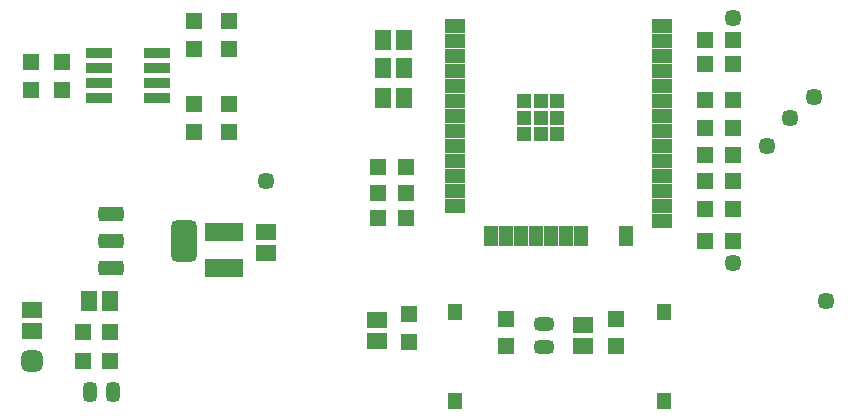
<source format=gtp>
G04*
G04 #@! TF.GenerationSoftware,Altium Limited,Altium Designer,25.4.2 (15)*
G04*
G04 Layer_Color=8421504*
%FSLAX44Y44*%
%MOMM*%
G71*
G04*
G04 #@! TF.SameCoordinates,8EE26F3C-D7A1-4C18-BBE8-6C97D16B18D0*
G04*
G04*
G04 #@! TF.FilePolarity,Positive*
G04*
G01*
G75*
%ADD18R,1.7500X1.4500*%
%ADD19R,1.8000X1.2000*%
%ADD20R,1.2000X1.8000*%
%ADD21R,1.2000X1.2000*%
G04:AMPARAMS|DCode=22|XSize=1.3mm|YSize=1.3mm|CornerRadius=0.4mm|HoleSize=0mm|Usage=FLASHONLY|Rotation=0.000|XOffset=0mm|YOffset=0mm|HoleType=Round|Shape=RoundedRectangle|*
%AMROUNDEDRECTD22*
21,1,1.3000,0.5000,0,0,0.0*
21,1,0.5000,1.3000,0,0,0.0*
1,1,0.8000,0.2500,-0.2500*
1,1,0.8000,-0.2500,-0.2500*
1,1,0.8000,-0.2500,0.2500*
1,1,0.8000,0.2500,0.2500*
%
%ADD22ROUNDEDRECTD22*%
G04:AMPARAMS|DCode=23|XSize=1.3mm|YSize=1.3mm|CornerRadius=0.4mm|HoleSize=0mm|Usage=FLASHONLY|Rotation=90.000|XOffset=0mm|YOffset=0mm|HoleType=Round|Shape=RoundedRectangle|*
%AMROUNDEDRECTD23*
21,1,1.3000,0.5000,0,0,90.0*
21,1,0.5000,1.3000,0,0,90.0*
1,1,0.8000,0.2500,0.2500*
1,1,0.8000,0.2500,-0.2500*
1,1,0.8000,-0.2500,-0.2500*
1,1,0.8000,-0.2500,0.2500*
%
%ADD23ROUNDEDRECTD23*%
G04:AMPARAMS|DCode=24|XSize=2.14mm|YSize=1.23mm|CornerRadius=0.2662mm|HoleSize=0mm|Usage=FLASHONLY|Rotation=0.000|XOffset=0mm|YOffset=0mm|HoleType=Round|Shape=RoundedRectangle|*
%AMROUNDEDRECTD24*
21,1,2.1400,0.6975,0,0,0.0*
21,1,1.6075,1.2300,0,0,0.0*
1,1,0.5325,0.8038,-0.3488*
1,1,0.5325,-0.8038,-0.3488*
1,1,0.5325,-0.8038,0.3488*
1,1,0.5325,0.8038,0.3488*
%
%ADD24ROUNDEDRECTD24*%
G04:AMPARAMS|DCode=25|XSize=2.14mm|YSize=3.49mm|CornerRadius=0.38mm|HoleSize=0mm|Usage=FLASHONLY|Rotation=0.000|XOffset=0mm|YOffset=0mm|HoleType=Round|Shape=RoundedRectangle|*
%AMROUNDEDRECTD25*
21,1,2.1400,2.7300,0,0,0.0*
21,1,1.3800,3.4900,0,0,0.0*
1,1,0.7600,0.6900,-1.3650*
1,1,0.7600,-0.6900,-1.3650*
1,1,0.7600,-0.6900,1.3650*
1,1,0.7600,0.6900,1.3650*
%
%ADD25ROUNDEDRECTD25*%
%ADD26R,1.4500X1.4500*%
%ADD27R,1.4500X1.4500*%
G04:AMPARAMS|DCode=28|XSize=1.16mm|YSize=1.66mm|CornerRadius=0.365mm|HoleSize=0mm|Usage=FLASHONLY|Rotation=270.000|XOffset=0mm|YOffset=0mm|HoleType=Round|Shape=RoundedRectangle|*
%AMROUNDEDRECTD28*
21,1,1.1600,0.9300,0,0,270.0*
21,1,0.4300,1.6600,0,0,270.0*
1,1,0.7300,-0.4650,-0.2150*
1,1,0.7300,-0.4650,0.2150*
1,1,0.7300,0.4650,0.2150*
1,1,0.7300,0.4650,-0.2150*
%
%ADD28ROUNDEDRECTD28*%
%ADD29R,1.3000X1.4000*%
%ADD30R,1.4500X1.7500*%
G04:AMPARAMS|DCode=31|XSize=1.824mm|YSize=1.824mm|CornerRadius=0.531mm|HoleSize=0mm|Usage=FLASHONLY|Rotation=90.000|XOffset=0mm|YOffset=0mm|HoleType=Round|Shape=RoundedRectangle|*
%AMROUNDEDRECTD31*
21,1,1.8240,0.7620,0,0,90.0*
21,1,0.7620,1.8240,0,0,90.0*
1,1,1.0620,0.3810,0.3810*
1,1,1.0620,0.3810,-0.3810*
1,1,1.0620,-0.3810,-0.3810*
1,1,1.0620,-0.3810,0.3810*
%
%ADD31ROUNDEDRECTD31*%
%ADD32R,2.2812X0.8334*%
%ADD33R,3.3200X1.6400*%
G04:AMPARAMS|DCode=34|XSize=1.16mm|YSize=1.66mm|CornerRadius=0.365mm|HoleSize=0mm|Usage=FLASHONLY|Rotation=0.000|XOffset=0mm|YOffset=0mm|HoleType=Round|Shape=RoundedRectangle|*
%AMROUNDEDRECTD34*
21,1,1.1600,0.9300,0,0,0.0*
21,1,0.4300,1.6600,0,0,0.0*
1,1,0.7300,0.2150,-0.4650*
1,1,0.7300,-0.2150,-0.4650*
1,1,0.7300,-0.2150,0.4650*
1,1,0.7300,0.2150,0.4650*
%
%ADD34ROUNDEDRECTD34*%
D18*
X130810Y78630D02*
D03*
Y96630D02*
D03*
X596900Y84040D02*
D03*
Y66040D02*
D03*
X422910Y87850D02*
D03*
Y69850D02*
D03*
X328930Y144670D02*
D03*
Y162670D02*
D03*
D19*
X488950Y336550D02*
D03*
Y323850D02*
D03*
Y311150D02*
D03*
Y298450D02*
D03*
Y285750D02*
D03*
Y273050D02*
D03*
Y260350D02*
D03*
Y247650D02*
D03*
Y234950D02*
D03*
Y222250D02*
D03*
Y209550D02*
D03*
Y196850D02*
D03*
Y184150D02*
D03*
X663950Y171450D02*
D03*
Y184150D02*
D03*
Y196850D02*
D03*
Y209550D02*
D03*
Y222250D02*
D03*
Y234950D02*
D03*
Y247650D02*
D03*
Y260350D02*
D03*
Y273050D02*
D03*
Y285750D02*
D03*
Y298450D02*
D03*
Y311150D02*
D03*
Y323850D02*
D03*
Y336550D02*
D03*
D20*
X519300Y158950D02*
D03*
X532000D02*
D03*
X544700D02*
D03*
X557400D02*
D03*
X570100D02*
D03*
X582800D02*
D03*
X595500D02*
D03*
X633600D02*
D03*
D21*
X547450Y273350D02*
D03*
Y259350D02*
D03*
Y245350D02*
D03*
X561450D02*
D03*
X575450D02*
D03*
Y259350D02*
D03*
Y273350D02*
D03*
X561450D02*
D03*
Y259350D02*
D03*
D22*
X772160Y259080D02*
D03*
D23*
X753110Y234950D02*
D03*
X792480Y276860D02*
D03*
X802640Y104140D02*
D03*
X724695Y343695D02*
D03*
X328930Y205740D02*
D03*
X723900Y135890D02*
D03*
D24*
X197750Y177940D02*
D03*
Y154940D02*
D03*
Y131940D02*
D03*
D25*
X259450Y154940D02*
D03*
D26*
X447360Y217170D02*
D03*
X423860D02*
D03*
X447360Y195580D02*
D03*
X423860D02*
D03*
X724220Y154940D02*
D03*
X700720D02*
D03*
X447360Y173990D02*
D03*
X423860D02*
D03*
X724220Y274320D02*
D03*
X700720D02*
D03*
X724220Y227330D02*
D03*
X700720D02*
D03*
X724220Y250190D02*
D03*
X700720D02*
D03*
Y205740D02*
D03*
X724220D02*
D03*
X700720Y181610D02*
D03*
X724220D02*
D03*
X700720Y304800D02*
D03*
X724220D02*
D03*
Y325120D02*
D03*
X700720D02*
D03*
X173670Y77470D02*
D03*
X197170D02*
D03*
Y53340D02*
D03*
X173670D02*
D03*
D27*
X532130Y65720D02*
D03*
Y89220D02*
D03*
X624840Y65720D02*
D03*
Y89220D02*
D03*
X449580Y69530D02*
D03*
Y93030D02*
D03*
X297180Y317500D02*
D03*
Y341000D02*
D03*
Y270510D02*
D03*
Y247010D02*
D03*
X267970Y317500D02*
D03*
Y341000D02*
D03*
Y270830D02*
D03*
Y247330D02*
D03*
X156210Y282890D02*
D03*
Y306390D02*
D03*
X129540Y282890D02*
D03*
Y306390D02*
D03*
D28*
X563880Y84270D02*
D03*
Y64770D02*
D03*
D29*
X665480Y19650D02*
D03*
Y94650D02*
D03*
X488950Y19650D02*
D03*
Y94650D02*
D03*
D30*
X427880Y275590D02*
D03*
X445880D02*
D03*
X427880Y300990D02*
D03*
X445880D02*
D03*
X427880Y325120D02*
D03*
X445880D02*
D03*
X178960Y104140D02*
D03*
X196960D02*
D03*
D31*
X130810Y53340D02*
D03*
D32*
X236728Y275590D02*
D03*
Y288290D02*
D03*
Y300990D02*
D03*
Y313690D02*
D03*
X187452D02*
D03*
Y300990D02*
D03*
Y288290D02*
D03*
Y275590D02*
D03*
D33*
X293370Y131760D02*
D03*
Y162560D02*
D03*
D34*
X179480Y26670D02*
D03*
X198980D02*
D03*
M02*

</source>
